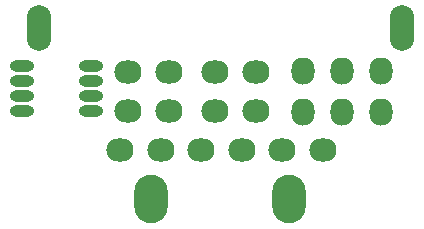
<source format=gbs>
G04 #@! TF.GenerationSoftware,KiCad,Pcbnew,6.0.11-2627ca5db0~126~ubuntu20.04.1*
G04 #@! TF.CreationDate,2023-03-27T19:11:57+02:00*
G04 #@! TF.ProjectId,KA12,4b413132-2e6b-4696-9361-645f70636258,rev?*
G04 #@! TF.SameCoordinates,Original*
G04 #@! TF.FileFunction,Soldermask,Bot*
G04 #@! TF.FilePolarity,Negative*
%FSLAX46Y46*%
G04 Gerber Fmt 4.6, Leading zero omitted, Abs format (unit mm)*
G04 Created by KiCad (PCBNEW 6.0.11-2627ca5db0~126~ubuntu20.04.1) date 2023-03-27 19:11:57*
%MOMM*%
%LPD*%
G01*
G04 APERTURE LIST*
%ADD10O,2.840000X4.110000*%
%ADD11O,2.078000X3.856000*%
%ADD12O,2.078000X0.935000*%
%ADD13O,2.300000X1.951000*%
%ADD14O,1.951000X2.300000*%
G04 APERTURE END LIST*
D10*
X125984000Y-118110000D03*
D11*
X104775000Y-103632000D03*
X135509000Y-103632000D03*
D10*
X114300000Y-118110000D03*
D12*
X109220000Y-106807000D03*
X109220000Y-108077000D03*
X109220000Y-109347000D03*
X109220000Y-110617000D03*
X103378000Y-110617000D03*
X103378000Y-109347000D03*
X103378000Y-108077000D03*
X103378000Y-106807000D03*
D13*
X115138200Y-113919000D03*
X111683800Y-113919000D03*
X118541800Y-113919000D03*
X121996200Y-113919000D03*
D14*
X133731000Y-110693200D03*
X133731000Y-107238800D03*
X127127000Y-107238800D03*
X127127000Y-110693200D03*
D13*
X125399800Y-113919000D03*
X128854200Y-113919000D03*
D14*
X130429000Y-107238800D03*
X130429000Y-110693200D03*
D13*
X115773200Y-110617000D03*
X112318800Y-110617000D03*
X112318800Y-107315000D03*
X115773200Y-107315000D03*
X119684800Y-107315000D03*
X123139200Y-107315000D03*
X119684800Y-110617000D03*
X123139200Y-110617000D03*
M02*

</source>
